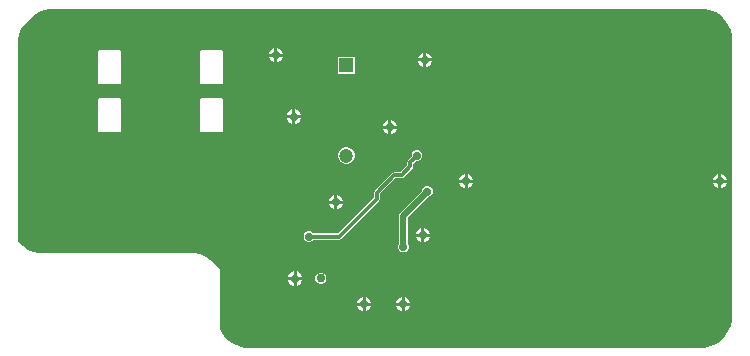
<source format=gbr>
%TF.GenerationSoftware,Altium Limited,Altium Designer,25.3.3 (18)*%
G04 Layer_Physical_Order=2*
G04 Layer_Color=16711680*
%FSLAX45Y45*%
%MOMM*%
%TF.SameCoordinates,1FB2B9E7-3E12-4CFE-8A3D-C156B5A0EB04*%
%TF.FilePolarity,Positive*%
%TF.FileFunction,Copper,L2,Bot,Signal*%
%TF.Part,Single*%
G01*
G75*
%TA.AperFunction,Conductor*%
%ADD10C,0.30000*%
%ADD27C,0.50000*%
%TA.AperFunction,ComponentPad*%
%ADD28C,0.75000*%
%ADD29C,1.20000*%
%ADD30R,1.20000X1.20000*%
%TA.AperFunction,ViaPad*%
%ADD31C,0.70000*%
G36*
X5887079Y2885839D02*
X5933304Y2866692D01*
X5974905Y2838894D01*
X5992595Y2821205D01*
X5992594Y2821205D01*
X5992595Y2821205D01*
X5996205Y2817595D01*
X6013894Y2799905D01*
X6041692Y2758304D01*
X6060839Y2712079D01*
X6070600Y2663006D01*
Y2637990D01*
Y283010D01*
Y257993D01*
X6060839Y208921D01*
X6041692Y162696D01*
X6013894Y121095D01*
X5996205Y103405D01*
X5996205Y103405D01*
X5974905Y82105D01*
X5933304Y54308D01*
X5887079Y35161D01*
X5838006Y25400D01*
X1944342D01*
X1896953Y34826D01*
X1852314Y53316D01*
X1812140Y80159D01*
X1795058Y97242D01*
Y97242D01*
X1778000Y114300D01*
X1768941Y123359D01*
X1754705Y144665D01*
X1744899Y168338D01*
X1739900Y193470D01*
Y206282D01*
Y667839D01*
X1739691Y672089D01*
X1738033Y680426D01*
X1734780Y688279D01*
X1730057Y695347D01*
X1727200Y698500D01*
X1727200Y698500D01*
X1674595Y751105D01*
X1656125Y767845D01*
X1614724Y795508D01*
X1568722Y814563D01*
X1519886Y824277D01*
X1494990Y825500D01*
X207193D01*
X158121Y835261D01*
X111896Y854408D01*
X70295Y882205D01*
X35080Y917420D01*
X30335Y924522D01*
X27066Y932413D01*
X25400Y940790D01*
Y1600200D01*
Y2599890D01*
Y2624906D01*
X35161Y2673979D01*
X54308Y2720204D01*
X82105Y2761805D01*
X99795Y2779495D01*
Y2779495D01*
X159195Y2838894D01*
X200796Y2866692D01*
X247021Y2885839D01*
X296093Y2895600D01*
X5838006D01*
X5887079Y2885839D01*
D02*
G37*
%LPC*%
G36*
X2222500Y2562016D02*
Y2514600D01*
X2269916D01*
X2261005Y2536114D01*
X2244014Y2553105D01*
X2222500Y2562016D01*
D02*
G37*
G36*
X2197100D02*
X2175586Y2553105D01*
X2158595Y2536114D01*
X2149684Y2514600D01*
X2197100D01*
Y2562016D01*
D02*
G37*
G36*
X3482100Y2521616D02*
Y2474200D01*
X3529516D01*
X3520605Y2495714D01*
X3503614Y2512705D01*
X3482100Y2521616D01*
D02*
G37*
G36*
X3456700D02*
X3435186Y2512705D01*
X3418195Y2495714D01*
X3409284Y2474200D01*
X3456700D01*
Y2521616D01*
D02*
G37*
G36*
X2269916Y2489200D02*
X2222500D01*
Y2441784D01*
X2244014Y2450695D01*
X2261005Y2467686D01*
X2269916Y2489200D01*
D02*
G37*
G36*
X2197100D02*
X2149684D01*
X2158595Y2467686D01*
X2175586Y2450695D01*
X2197100Y2441784D01*
Y2489200D01*
D02*
G37*
G36*
X3529516Y2448800D02*
X3482100D01*
Y2401384D01*
X3503614Y2410295D01*
X3520605Y2427286D01*
X3529516Y2448800D01*
D02*
G37*
G36*
X3456700D02*
X3409284D01*
X3418195Y2427286D01*
X3435186Y2410295D01*
X3456700Y2401384D01*
Y2448800D01*
D02*
G37*
G36*
X2876860Y2483460D02*
X2736540D01*
Y2343140D01*
X2876860D01*
Y2483460D01*
D02*
G37*
G36*
X1752500Y2542397D02*
X1574700D01*
X1566924Y2539176D01*
X1563703Y2531400D01*
Y2264700D01*
X1566924Y2256924D01*
X1574700Y2253703D01*
X1752500D01*
X1760276Y2256924D01*
X1763497Y2264700D01*
Y2531400D01*
X1760276Y2539176D01*
X1752500Y2542397D01*
D02*
G37*
G36*
X888900D02*
X711100D01*
X703324Y2539176D01*
X700103Y2531400D01*
Y2264700D01*
X703324Y2256924D01*
X711100Y2253703D01*
X888900D01*
X896676Y2256924D01*
X899897Y2264700D01*
Y2531400D01*
X896676Y2539176D01*
X888900Y2542397D01*
D02*
G37*
G36*
X2374900Y2041316D02*
Y1993900D01*
X2422316D01*
X2413405Y2015414D01*
X2396414Y2032405D01*
X2374900Y2041316D01*
D02*
G37*
G36*
X2349500D02*
X2327986Y2032405D01*
X2310995Y2015414D01*
X2302084Y1993900D01*
X2349500D01*
Y2041316D01*
D02*
G37*
G36*
X2422316Y1968500D02*
X2374900D01*
Y1921084D01*
X2396414Y1929995D01*
X2413405Y1946986D01*
X2422316Y1968500D01*
D02*
G37*
G36*
X2349500D02*
X2302084D01*
X2310995Y1946986D01*
X2327986Y1929995D01*
X2349500Y1921084D01*
Y1968500D01*
D02*
G37*
G36*
X3187700Y1952416D02*
Y1905000D01*
X3235116D01*
X3226205Y1926514D01*
X3209214Y1943505D01*
X3187700Y1952416D01*
D02*
G37*
G36*
X3162300D02*
X3140786Y1943505D01*
X3123795Y1926514D01*
X3114884Y1905000D01*
X3162300D01*
Y1952416D01*
D02*
G37*
G36*
X1752500Y2135997D02*
X1574700D01*
X1566924Y2132776D01*
X1563703Y2125000D01*
Y1858300D01*
X1566924Y1850524D01*
X1574700Y1847303D01*
X1752500D01*
X1760276Y1850524D01*
X1763497Y1858300D01*
Y2125000D01*
X1760276Y2132776D01*
X1752500Y2135997D01*
D02*
G37*
G36*
X888900D02*
X711100D01*
X703324Y2132776D01*
X700103Y2125000D01*
Y1858300D01*
X703324Y1850524D01*
X711100Y1847303D01*
X888900D01*
X896676Y1850524D01*
X899897Y1858300D01*
Y2125000D01*
X896676Y2132776D01*
X888900Y2135997D01*
D02*
G37*
G36*
X3235116Y1879600D02*
X3187700D01*
Y1832184D01*
X3209214Y1841095D01*
X3226205Y1858086D01*
X3235116Y1879600D01*
D02*
G37*
G36*
X3162300D02*
X3114884D01*
X3123795Y1858086D01*
X3140786Y1841095D01*
X3162300Y1832184D01*
Y1879600D01*
D02*
G37*
G36*
X2815937Y1720860D02*
X2797463D01*
X2779619Y1716079D01*
X2763621Y1706842D01*
X2750558Y1693779D01*
X2741321Y1677781D01*
X2736540Y1659937D01*
Y1641463D01*
X2741321Y1623619D01*
X2750558Y1607621D01*
X2763621Y1594558D01*
X2779619Y1585321D01*
X2797463Y1580540D01*
X2815937D01*
X2833781Y1585321D01*
X2849779Y1594558D01*
X2862842Y1607621D01*
X2872079Y1623619D01*
X2876860Y1641463D01*
Y1659937D01*
X2872079Y1677781D01*
X2862842Y1693779D01*
X2849779Y1706842D01*
X2833781Y1716079D01*
X2815937Y1720860D01*
D02*
G37*
G36*
X5981700Y1495216D02*
Y1447800D01*
X6029116D01*
X6020205Y1469314D01*
X6003214Y1486305D01*
X5981700Y1495216D01*
D02*
G37*
G36*
X5956300D02*
X5934786Y1486305D01*
X5917795Y1469314D01*
X5908884Y1447800D01*
X5956300D01*
Y1495216D01*
D02*
G37*
G36*
X3835400D02*
Y1447800D01*
X3882816D01*
X3873905Y1469314D01*
X3856914Y1486305D01*
X3835400Y1495216D01*
D02*
G37*
G36*
X3810000D02*
X3788486Y1486305D01*
X3771495Y1469314D01*
X3762584Y1447800D01*
X3810000D01*
Y1495216D01*
D02*
G37*
G36*
X6029116Y1422400D02*
X5981700D01*
Y1374984D01*
X6003214Y1383895D01*
X6020205Y1400886D01*
X6029116Y1422400D01*
D02*
G37*
G36*
X5956300D02*
X5908884D01*
X5917795Y1400886D01*
X5934786Y1383895D01*
X5956300Y1374984D01*
Y1422400D01*
D02*
G37*
G36*
X3882816D02*
X3835400D01*
Y1374984D01*
X3856914Y1383895D01*
X3873905Y1400886D01*
X3882816Y1422400D01*
D02*
G37*
G36*
X3810000D02*
X3762584D01*
X3771495Y1400886D01*
X3788486Y1383895D01*
X3810000Y1374984D01*
Y1422400D01*
D02*
G37*
G36*
X2730500Y1317416D02*
Y1270000D01*
X2777916D01*
X2769005Y1291514D01*
X2752014Y1308505D01*
X2730500Y1317416D01*
D02*
G37*
G36*
X2705100D02*
X2683586Y1308505D01*
X2666595Y1291514D01*
X2657684Y1270000D01*
X2705100D01*
Y1317416D01*
D02*
G37*
G36*
X2777916Y1244600D02*
X2730500D01*
Y1197184D01*
X2752014Y1206095D01*
X2769005Y1223086D01*
X2777916Y1244600D01*
D02*
G37*
G36*
X2705100D02*
X2657684D01*
X2666595Y1223086D01*
X2683586Y1206095D01*
X2705100Y1197184D01*
Y1244600D01*
D02*
G37*
G36*
X3412583Y1696160D02*
X3394617D01*
X3378019Y1689285D01*
X3365315Y1676581D01*
X3358440Y1659983D01*
Y1642017D01*
X3359563Y1639305D01*
X3330860Y1610603D01*
X3325300Y1602280D01*
X3323347Y1592463D01*
Y1568926D01*
X3263409Y1508988D01*
X3210535D01*
X3200717Y1507035D01*
X3192395Y1501474D01*
X3045084Y1354162D01*
X3039523Y1345840D01*
X3037570Y1336023D01*
Y1295849D01*
X2732574Y990853D01*
X2527413D01*
X2514781Y1003485D01*
X2498183Y1010360D01*
X2480217D01*
X2463619Y1003485D01*
X2450915Y990781D01*
X2444040Y974183D01*
Y956217D01*
X2450915Y939619D01*
X2463619Y926915D01*
X2480217Y920040D01*
X2498183D01*
X2514781Y926915D01*
X2527413Y939547D01*
X2743200D01*
X2753017Y941500D01*
X2761339Y947061D01*
X3081362Y1267084D01*
X3086923Y1275406D01*
X3088876Y1285223D01*
Y1325397D01*
X3221160Y1457682D01*
X3274035D01*
X3283852Y1459634D01*
X3292174Y1465195D01*
X3367139Y1540160D01*
X3372700Y1548483D01*
X3374653Y1558300D01*
Y1581837D01*
X3398656Y1605840D01*
X3412583D01*
X3429181Y1612715D01*
X3441885Y1625419D01*
X3448760Y1642017D01*
Y1659983D01*
X3441885Y1676581D01*
X3429181Y1689285D01*
X3412583Y1696160D01*
D02*
G37*
G36*
X3467100Y1038016D02*
Y990600D01*
X3514516D01*
X3505605Y1012114D01*
X3488614Y1029105D01*
X3467100Y1038016D01*
D02*
G37*
G36*
X3441700D02*
X3420186Y1029105D01*
X3403195Y1012114D01*
X3394284Y990600D01*
X3441700D01*
Y1038016D01*
D02*
G37*
G36*
X3514516Y965200D02*
X3467100D01*
Y917784D01*
X3488614Y926695D01*
X3505605Y943686D01*
X3514516Y965200D01*
D02*
G37*
G36*
X3441700D02*
X3394284D01*
X3403195Y943686D01*
X3420186Y926695D01*
X3441700Y917784D01*
Y965200D01*
D02*
G37*
G36*
X3501483Y1391360D02*
X3483517D01*
X3466919Y1384485D01*
X3454215Y1371781D01*
X3447340Y1355183D01*
Y1351738D01*
X3263951Y1168349D01*
X3256180Y1156719D01*
X3253451Y1143000D01*
Y904317D01*
X3251015Y901881D01*
X3244140Y885283D01*
Y867317D01*
X3251015Y850719D01*
X3263719Y838015D01*
X3280317Y831140D01*
X3298283D01*
X3314881Y838015D01*
X3327585Y850719D01*
X3334460Y867317D01*
Y885283D01*
X3327585Y901881D01*
X3325149Y904317D01*
Y1128151D01*
X3498038Y1301040D01*
X3501483D01*
X3518081Y1307915D01*
X3530785Y1320619D01*
X3537660Y1337217D01*
Y1355183D01*
X3530785Y1371781D01*
X3518081Y1384485D01*
X3501483Y1391360D01*
D02*
G37*
G36*
X2387600Y669716D02*
Y622300D01*
X2435016D01*
X2426105Y643814D01*
X2409114Y660805D01*
X2387600Y669716D01*
D02*
G37*
G36*
X2362200D02*
X2340686Y660805D01*
X2323695Y643814D01*
X2314784Y622300D01*
X2362200D01*
Y669716D01*
D02*
G37*
G36*
X2600280Y658460D02*
X2581320D01*
X2563803Y651204D01*
X2550396Y637797D01*
X2543140Y620280D01*
Y601320D01*
X2550396Y583803D01*
X2563803Y570396D01*
X2581320Y563140D01*
X2600280D01*
X2617797Y570396D01*
X2631204Y583803D01*
X2638460Y601320D01*
Y620280D01*
X2631204Y637797D01*
X2617797Y651204D01*
X2600280Y658460D01*
D02*
G37*
G36*
X2435016Y596900D02*
X2387600D01*
Y549484D01*
X2409114Y558395D01*
X2426105Y575386D01*
X2435016Y596900D01*
D02*
G37*
G36*
X2362200D02*
X2314784D01*
X2323695Y575386D01*
X2340686Y558395D01*
X2362200Y549484D01*
Y596900D01*
D02*
G37*
G36*
X3302000Y453816D02*
Y406400D01*
X3349416D01*
X3340505Y427914D01*
X3323514Y444905D01*
X3302000Y453816D01*
D02*
G37*
G36*
X3276600D02*
X3255086Y444905D01*
X3238095Y427914D01*
X3229184Y406400D01*
X3276600D01*
Y453816D01*
D02*
G37*
G36*
X2971800D02*
Y406400D01*
X3019216D01*
X3010305Y427914D01*
X2993314Y444905D01*
X2971800Y453816D01*
D02*
G37*
G36*
X2946400D02*
X2924886Y444905D01*
X2907895Y427914D01*
X2898984Y406400D01*
X2946400D01*
Y453816D01*
D02*
G37*
G36*
X3349416Y381000D02*
X3302000D01*
Y333584D01*
X3323514Y342495D01*
X3340505Y359486D01*
X3349416Y381000D01*
D02*
G37*
G36*
X3276600D02*
X3229184D01*
X3238095Y359486D01*
X3255086Y342495D01*
X3276600Y333584D01*
Y381000D01*
D02*
G37*
G36*
X3019216D02*
X2971800D01*
Y333584D01*
X2993314Y342495D01*
X3010305Y359486D01*
X3019216Y381000D01*
D02*
G37*
G36*
X2946400D02*
X2898984D01*
X2907895Y359486D01*
X2924886Y342495D01*
X2946400Y333584D01*
Y381000D01*
D02*
G37*
%LPD*%
D10*
X3349000Y1592463D02*
X3403600Y1647063D01*
Y1651000D01*
X3349000Y1558300D02*
Y1592463D01*
X3274035Y1483335D02*
X3349000Y1558300D01*
X3210535Y1483335D02*
X3274035D01*
X3063223Y1336023D02*
X3210535Y1483335D01*
X3063223Y1285223D02*
Y1336023D01*
X2743200Y965200D02*
X3063223Y1285223D01*
X2489200Y965200D02*
X2743200D01*
D27*
X3289300Y1143000D02*
X3492500Y1346200D01*
X3289300Y876300D02*
Y1143000D01*
D28*
X2590800Y610800D02*
D03*
D29*
X2806700Y1650700D02*
D03*
D30*
Y2413300D02*
D03*
D31*
X3403600Y1651000D02*
D03*
X2489200Y965200D02*
D03*
X3289300Y876300D02*
D03*
X3492500Y1346200D02*
D03*
X3175000Y1892300D02*
D03*
X5969000Y1435100D02*
D03*
X2374900Y609600D02*
D03*
X3822700Y1435100D02*
D03*
X2717800Y1257300D02*
D03*
X3469400Y2461500D02*
D03*
X2209800Y2501900D02*
D03*
X2362200Y1981200D02*
D03*
X3454400Y977900D02*
D03*
X2959100Y393700D02*
D03*
X3289300D02*
D03*
%TF.MD5,6eee398ed2cd97faa1ee987e2458ed3a*%
M02*

</source>
